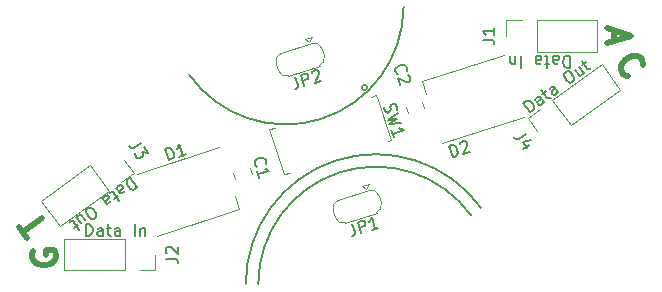
<source format=gbr>
%TF.GenerationSoftware,KiCad,Pcbnew,5.1.8*%
%TF.CreationDate,2020-12-23T16:20:00-05:00*%
%TF.ProjectId,penroserombus_thin_40mm,70656e72-6f73-4657-926f-6d6275735f74,rev?*%
%TF.SameCoordinates,Original*%
%TF.FileFunction,Legend,Top*%
%TF.FilePolarity,Positive*%
%FSLAX46Y46*%
G04 Gerber Fmt 4.6, Leading zero omitted, Abs format (unit mm)*
G04 Created by KiCad (PCBNEW 5.1.8) date 2020-12-23 16:20:00*
%MOMM*%
%LPD*%
G01*
G04 APERTURE LIST*
%ADD10C,0.150000*%
%ADD11C,0.500000*%
%ADD12C,0.120000*%
%ADD13C,0.200000*%
G04 APERTURE END LIST*
D10*
X138001197Y-76046680D02*
X138588982Y-76855697D01*
X138396359Y-76995646D01*
X138252795Y-77041091D01*
X138119767Y-77020021D01*
X138025262Y-76970962D01*
X137874779Y-76844853D01*
X137790809Y-76729279D01*
X137717375Y-76547191D01*
X137699920Y-76442152D01*
X137720990Y-76309123D01*
X137808574Y-76186629D01*
X138001197Y-76046680D01*
X136845458Y-76886374D02*
X137153346Y-77310144D01*
X137247850Y-77359204D01*
X137352889Y-77341749D01*
X137506987Y-77229790D01*
X137556047Y-77135286D01*
X136873448Y-76924898D02*
X136922508Y-76830394D01*
X137115131Y-76690445D01*
X137220170Y-76672990D01*
X137314674Y-76722050D01*
X137370653Y-76799099D01*
X137388108Y-76904138D01*
X137339049Y-76998642D01*
X137146426Y-77138591D01*
X137097366Y-77233095D01*
X136967643Y-77621647D02*
X136659446Y-77845565D01*
X137047997Y-77975288D02*
X136544181Y-77281845D01*
X136449677Y-77232786D01*
X136344638Y-77250241D01*
X136267589Y-77306220D01*
X135651195Y-77754057D02*
X135959083Y-78177827D01*
X136053587Y-78226887D01*
X136158626Y-78209432D01*
X136312724Y-78097473D01*
X136361784Y-78002969D01*
X135679185Y-77792581D02*
X135728244Y-77698077D01*
X135920867Y-77558128D01*
X136025906Y-77540673D01*
X136120411Y-77589733D01*
X136176390Y-77666782D01*
X136193845Y-77771821D01*
X136144786Y-77866325D01*
X135952163Y-78006274D01*
X135903103Y-78100778D01*
X135083242Y-79402767D02*
X134929143Y-79514726D01*
X134824104Y-79532181D01*
X134691076Y-79511111D01*
X134540592Y-79385002D01*
X134344663Y-79115330D01*
X134271229Y-78933242D01*
X134292299Y-78800213D01*
X134341358Y-78705709D01*
X134495457Y-78593750D01*
X134600496Y-78576295D01*
X134733524Y-78597365D01*
X134884008Y-78723473D01*
X135079936Y-78993146D01*
X135153371Y-79175234D01*
X135132301Y-79308263D01*
X135083242Y-79402767D01*
X133847149Y-79888818D02*
X133455292Y-79349474D01*
X134193870Y-79636910D02*
X133885983Y-79213140D01*
X133791479Y-79164080D01*
X133686440Y-79181535D01*
X133570866Y-79265504D01*
X133521806Y-79360008D01*
X133511271Y-79426523D01*
X133577476Y-80084747D02*
X133269279Y-80308665D01*
X133657831Y-80438388D02*
X133154015Y-79744945D01*
X133059511Y-79695886D01*
X132954472Y-79713341D01*
X132877423Y-79769320D01*
X134255190Y-80970380D02*
X134255190Y-79970380D01*
X134493285Y-79970380D01*
X134636142Y-80018000D01*
X134731380Y-80113238D01*
X134779000Y-80208476D01*
X134826619Y-80398952D01*
X134826619Y-80541809D01*
X134779000Y-80732285D01*
X134731380Y-80827523D01*
X134636142Y-80922761D01*
X134493285Y-80970380D01*
X134255190Y-80970380D01*
X135683761Y-80970380D02*
X135683761Y-80446571D01*
X135636142Y-80351333D01*
X135540904Y-80303714D01*
X135350428Y-80303714D01*
X135255190Y-80351333D01*
X135683761Y-80922761D02*
X135588523Y-80970380D01*
X135350428Y-80970380D01*
X135255190Y-80922761D01*
X135207571Y-80827523D01*
X135207571Y-80732285D01*
X135255190Y-80637047D01*
X135350428Y-80589428D01*
X135588523Y-80589428D01*
X135683761Y-80541809D01*
X136017095Y-80303714D02*
X136398047Y-80303714D01*
X136159952Y-79970380D02*
X136159952Y-80827523D01*
X136207571Y-80922761D01*
X136302809Y-80970380D01*
X136398047Y-80970380D01*
X137159952Y-80970380D02*
X137159952Y-80446571D01*
X137112333Y-80351333D01*
X137017095Y-80303714D01*
X136826619Y-80303714D01*
X136731380Y-80351333D01*
X137159952Y-80922761D02*
X137064714Y-80970380D01*
X136826619Y-80970380D01*
X136731380Y-80922761D01*
X136683761Y-80827523D01*
X136683761Y-80732285D01*
X136731380Y-80637047D01*
X136826619Y-80589428D01*
X137064714Y-80589428D01*
X137159952Y-80541809D01*
X138398047Y-80970380D02*
X138398047Y-79970380D01*
X138874238Y-80303714D02*
X138874238Y-80970380D01*
X138874238Y-80398952D02*
X138921857Y-80351333D01*
X139017095Y-80303714D01*
X139159952Y-80303714D01*
X139255190Y-80351333D01*
X139302809Y-80446571D01*
X139302809Y-80970380D01*
X171878802Y-70511319D02*
X171291017Y-69702302D01*
X171483640Y-69562353D01*
X171627204Y-69516908D01*
X171760232Y-69537978D01*
X171854737Y-69587037D01*
X172005220Y-69713146D01*
X172089190Y-69828720D01*
X172162624Y-70010808D01*
X172180079Y-70115847D01*
X172159009Y-70248876D01*
X172071425Y-70371370D01*
X171878802Y-70511319D01*
X173034541Y-69671625D02*
X172726653Y-69247855D01*
X172632149Y-69198795D01*
X172527110Y-69216250D01*
X172373012Y-69328209D01*
X172323952Y-69422713D01*
X173006551Y-69633101D02*
X172957491Y-69727605D01*
X172764868Y-69867554D01*
X172659829Y-69885009D01*
X172565325Y-69835949D01*
X172509346Y-69758900D01*
X172491891Y-69653861D01*
X172540950Y-69559357D01*
X172733573Y-69419408D01*
X172782633Y-69324904D01*
X172912356Y-68936352D02*
X173220553Y-68712434D01*
X172832002Y-68582711D02*
X173335818Y-69276154D01*
X173430322Y-69325213D01*
X173535361Y-69307758D01*
X173612410Y-69251779D01*
X174228804Y-68803942D02*
X173920916Y-68380172D01*
X173826412Y-68331112D01*
X173721373Y-68348567D01*
X173567275Y-68460526D01*
X173518215Y-68555030D01*
X174200814Y-68765418D02*
X174151755Y-68859922D01*
X173959132Y-68999871D01*
X173854093Y-69017326D01*
X173759588Y-68968266D01*
X173703609Y-68891217D01*
X173686154Y-68786178D01*
X173735213Y-68691674D01*
X173927836Y-68551725D01*
X173976896Y-68457221D01*
X174796757Y-67155232D02*
X174950856Y-67043273D01*
X175055895Y-67025818D01*
X175188923Y-67046888D01*
X175339407Y-67172997D01*
X175535336Y-67442669D01*
X175608770Y-67624757D01*
X175587700Y-67757786D01*
X175538641Y-67852290D01*
X175384542Y-67964249D01*
X175279503Y-67981704D01*
X175146475Y-67960634D01*
X174995991Y-67834526D01*
X174800063Y-67564853D01*
X174726628Y-67382765D01*
X174747698Y-67249736D01*
X174796757Y-67155232D01*
X176032850Y-66669181D02*
X176424707Y-67208525D01*
X175686129Y-66921089D02*
X175994016Y-67344859D01*
X176088520Y-67393919D01*
X176193559Y-67376464D01*
X176309133Y-67292495D01*
X176358193Y-67197991D01*
X176368728Y-67131476D01*
X176302523Y-66473252D02*
X176610720Y-66249334D01*
X176222168Y-66119611D02*
X176725984Y-66813054D01*
X176820488Y-66862113D01*
X176925527Y-66844658D01*
X177002576Y-66788679D01*
X175243809Y-65714619D02*
X175243809Y-66714619D01*
X175005714Y-66714619D01*
X174862857Y-66667000D01*
X174767619Y-66571761D01*
X174720000Y-66476523D01*
X174672380Y-66286047D01*
X174672380Y-66143190D01*
X174720000Y-65952714D01*
X174767619Y-65857476D01*
X174862857Y-65762238D01*
X175005714Y-65714619D01*
X175243809Y-65714619D01*
X173815238Y-65714619D02*
X173815238Y-66238428D01*
X173862857Y-66333666D01*
X173958095Y-66381285D01*
X174148571Y-66381285D01*
X174243809Y-66333666D01*
X173815238Y-65762238D02*
X173910476Y-65714619D01*
X174148571Y-65714619D01*
X174243809Y-65762238D01*
X174291428Y-65857476D01*
X174291428Y-65952714D01*
X174243809Y-66047952D01*
X174148571Y-66095571D01*
X173910476Y-66095571D01*
X173815238Y-66143190D01*
X173481904Y-66381285D02*
X173100952Y-66381285D01*
X173339047Y-66714619D02*
X173339047Y-65857476D01*
X173291428Y-65762238D01*
X173196190Y-65714619D01*
X173100952Y-65714619D01*
X172339047Y-65714619D02*
X172339047Y-66238428D01*
X172386666Y-66333666D01*
X172481904Y-66381285D01*
X172672380Y-66381285D01*
X172767619Y-66333666D01*
X172339047Y-65762238D02*
X172434285Y-65714619D01*
X172672380Y-65714619D01*
X172767619Y-65762238D01*
X172815238Y-65857476D01*
X172815238Y-65952714D01*
X172767619Y-66047952D01*
X172672380Y-66095571D01*
X172434285Y-66095571D01*
X172339047Y-66143190D01*
X171100952Y-65714619D02*
X171100952Y-66714619D01*
X170624761Y-66381285D02*
X170624761Y-65714619D01*
X170624761Y-66286047D02*
X170577142Y-66333666D01*
X170481904Y-66381285D01*
X170339047Y-66381285D01*
X170243809Y-66333666D01*
X170196190Y-66238428D01*
X170196190Y-65714619D01*
D11*
X129810000Y-82280190D02*
X129714761Y-82470666D01*
X129714761Y-82756380D01*
X129810000Y-83042095D01*
X130000476Y-83232571D01*
X130190952Y-83327809D01*
X130571904Y-83423047D01*
X130857619Y-83423047D01*
X131238571Y-83327809D01*
X131429047Y-83232571D01*
X131619523Y-83042095D01*
X131714761Y-82756380D01*
X131714761Y-82565904D01*
X131619523Y-82280190D01*
X131524285Y-82184952D01*
X130857619Y-82184952D01*
X130857619Y-82565904D01*
D10*
X161152333Y-61612094D02*
G75*
G02*
X143002001Y-67309999I-9992608J73503D01*
G01*
X147798699Y-85051514D02*
G75*
G02*
X167710000Y-78600000I11000346J1514D01*
G01*
X148852554Y-85047305D02*
G75*
G02*
X166877999Y-79248001I9946491J-2695D01*
G01*
D11*
X180125997Y-67468666D02*
X179992968Y-67447596D01*
X179747981Y-67272428D01*
X179636022Y-67118330D01*
X179545132Y-66831203D01*
X179587271Y-66565145D01*
X179685390Y-66376137D01*
X179937608Y-66075169D01*
X180168756Y-65907231D01*
X180532932Y-65760362D01*
X180743010Y-65725452D01*
X181009068Y-65767591D01*
X181254056Y-65942759D01*
X181366015Y-66096858D01*
X181456904Y-66383985D01*
X181435834Y-66517014D01*
X129243811Y-81116060D02*
X128572056Y-80191469D01*
X130525967Y-79478194D02*
X128907933Y-80653764D01*
X178990666Y-63531809D02*
X178990666Y-64484190D01*
X178419238Y-63341333D02*
X180419238Y-64008000D01*
X178419238Y-64674666D01*
D12*
%TO.C,J3*%
X134639642Y-74987333D02*
X136203151Y-77139318D01*
X134639642Y-74987333D02*
X130481295Y-78008549D01*
X130481295Y-78008549D02*
X132044803Y-80160534D01*
X136203151Y-77139318D02*
X132044803Y-80160534D01*
X138306595Y-75611076D02*
X137230602Y-76392831D01*
X137524841Y-74535084D02*
X138306595Y-75611076D01*
%TO.C,C1*%
X146727637Y-75641383D02*
X146889100Y-76138314D01*
X148125690Y-75187128D02*
X148287153Y-75684059D01*
%TO.C,C2*%
X161500310Y-70550314D02*
X161338847Y-70053383D01*
X162898363Y-70096059D02*
X162736900Y-69599128D01*
%TO.C,D1*%
X138598119Y-75725372D02*
X145540832Y-73469548D01*
X140297712Y-80956182D02*
X147240425Y-78700358D01*
X147240425Y-78700358D02*
X146885055Y-77606643D01*
%TO.C,D2*%
X162718346Y-67888235D02*
X163073716Y-68981950D01*
X169661059Y-65632411D02*
X162718346Y-67888235D01*
X171360652Y-70863221D02*
X164417939Y-73119045D01*
%TO.C,J1*%
X169829724Y-64038590D02*
X169829724Y-62708590D01*
X169829724Y-62708590D02*
X171159724Y-62708590D01*
X172429724Y-62708590D02*
X177569724Y-62708590D01*
X177569724Y-65368590D02*
X177569724Y-62708590D01*
X172429724Y-65368590D02*
X177569724Y-65368590D01*
X172429724Y-65368590D02*
X172429724Y-62708590D01*
%TO.C,J2*%
X137529045Y-81220000D02*
X137529045Y-83880000D01*
X137529045Y-81220000D02*
X132389045Y-81220000D01*
X132389045Y-81220000D02*
X132389045Y-83880000D01*
X137529045Y-83880000D02*
X132389045Y-83880000D01*
X140129045Y-83880000D02*
X138799045Y-83880000D01*
X140129045Y-82550000D02*
X140129045Y-83880000D01*
%TO.C,J4*%
X172433928Y-72053507D02*
X171652174Y-70977515D01*
X171652174Y-70977515D02*
X172728167Y-70195760D01*
X173755618Y-69449273D02*
X177913966Y-66428057D01*
X179477474Y-68580042D02*
X177913966Y-66428057D01*
X175319127Y-71601258D02*
X179477474Y-68580042D01*
X175319127Y-71601258D02*
X173755618Y-69449273D01*
%TO.C,JP1*%
X158866496Y-79004433D02*
X156203538Y-79869680D01*
X155369039Y-79404802D02*
X155183629Y-78834168D01*
X155585504Y-77967567D02*
X158248462Y-77102320D01*
X159082961Y-77567198D02*
X159268371Y-78137832D01*
X157996447Y-76973912D02*
X158189059Y-76595890D01*
X158189059Y-76595890D02*
X157618425Y-76781300D01*
X157996447Y-76973912D02*
X157618425Y-76781300D01*
X159268371Y-78137832D02*
G75*
G02*
X158818943Y-79019884I-665740J-216312D01*
G01*
X158200909Y-77117770D02*
G75*
G02*
X159082961Y-77567198I216312J-665740D01*
G01*
X155183629Y-78834168D02*
G75*
G02*
X155633057Y-77952116I665740J216312D01*
G01*
X156251091Y-79854230D02*
G75*
G02*
X155369039Y-79404802I-216312J665740D01*
G01*
%TO.C,JP2*%
X153170447Y-64527912D02*
X152792425Y-64335300D01*
X153363059Y-64149890D02*
X152792425Y-64335300D01*
X153170447Y-64527912D02*
X153363059Y-64149890D01*
X154256961Y-65121198D02*
X154442371Y-65691832D01*
X150759504Y-65521567D02*
X153422462Y-64656320D01*
X150543039Y-66958802D02*
X150357629Y-66388168D01*
X154040496Y-66558433D02*
X151377538Y-67423680D01*
X151425091Y-67408230D02*
G75*
G02*
X150543039Y-66958802I-216312J665740D01*
G01*
X150357629Y-66388168D02*
G75*
G02*
X150807057Y-65506116I665740J216312D01*
G01*
X153374909Y-64671770D02*
G75*
G02*
X154256961Y-65121198I216312J-665740D01*
G01*
X154442371Y-65691832D02*
G75*
G02*
X153992943Y-66573884I-665740J-216312D01*
G01*
%TO.C,SW1*%
X158363956Y-69174565D02*
X158839484Y-69020056D01*
X158839484Y-69020056D02*
X158993993Y-69495585D01*
X158993993Y-69495585D02*
X160075552Y-72824282D01*
X160075552Y-72824282D02*
X159837788Y-72901537D01*
X150279976Y-71801209D02*
X149804448Y-71955718D01*
X149804448Y-71955718D02*
X151040516Y-75759944D01*
X151040516Y-75759944D02*
X151516044Y-75605435D01*
D13*
X158071684Y-68395868D02*
G75*
G03*
X158071684Y-68395868I-223607J0D01*
G01*
%TO.C,J3*%
D10*
X138936929Y-73097118D02*
X138359060Y-73516964D01*
X138215496Y-73562409D01*
X138082468Y-73541339D01*
X137959974Y-73453755D01*
X137903994Y-73376706D01*
X139160847Y-73405315D02*
X139524714Y-73906135D01*
X139020589Y-73860381D01*
X139104558Y-73975954D01*
X139122013Y-74080993D01*
X139111478Y-74147508D01*
X139062419Y-74242012D01*
X138869796Y-74381961D01*
X138764757Y-74399416D01*
X138698243Y-74388881D01*
X138603738Y-74339822D01*
X138435800Y-74108674D01*
X138418345Y-74003635D01*
X138428880Y-73937120D01*
%TO.C,C1*%
X148714004Y-75095425D02*
X148654000Y-75064852D01*
X148564566Y-74943702D01*
X148535136Y-74853125D01*
X148536279Y-74702545D01*
X148597426Y-74582538D01*
X148673288Y-74507819D01*
X148839726Y-74403670D01*
X148975591Y-74359525D01*
X149171460Y-74345953D01*
X149276752Y-74361811D01*
X149396759Y-74422958D01*
X149486193Y-74544108D01*
X149515623Y-74634685D01*
X149514480Y-74785265D01*
X149483907Y-74845269D01*
X148917729Y-76030624D02*
X148741148Y-75487163D01*
X148829438Y-75758893D02*
X149780495Y-75449876D01*
X149615199Y-75403445D01*
X149495192Y-75342298D01*
X149420474Y-75266436D01*
%TO.C,C2*%
X160644834Y-67261853D02*
X160584830Y-67231280D01*
X160495396Y-67110130D01*
X160465966Y-67019553D01*
X160467109Y-66868973D01*
X160528256Y-66748966D01*
X160604118Y-66674247D01*
X160770556Y-66570098D01*
X160906421Y-66525953D01*
X161102290Y-66512381D01*
X161207582Y-66528239D01*
X161327589Y-66589386D01*
X161417023Y-66710536D01*
X161446453Y-66801113D01*
X161445310Y-66951693D01*
X161414737Y-67011697D01*
X161532457Y-67374004D02*
X161592461Y-67404577D01*
X161667179Y-67480439D01*
X161740755Y-67706881D01*
X161724897Y-67812173D01*
X161694323Y-67872176D01*
X161618462Y-67946895D01*
X161527885Y-67976325D01*
X161377304Y-67975182D01*
X160657262Y-67608302D01*
X160848559Y-68197052D01*
%TO.C,D1*%
X141275536Y-74542490D02*
X140966519Y-73591434D01*
X141192961Y-73517858D01*
X141343541Y-73519001D01*
X141463548Y-73580148D01*
X141538267Y-73656010D01*
X141642415Y-73822448D01*
X141686561Y-73958314D01*
X141700133Y-74154182D01*
X141684274Y-74259474D01*
X141623128Y-74379481D01*
X141501978Y-74468915D01*
X141275536Y-74542490D01*
X142724765Y-74071607D02*
X142181304Y-74248188D01*
X142453034Y-74159898D02*
X142144017Y-73208841D01*
X142097586Y-73374137D01*
X142036439Y-73494144D01*
X141960577Y-73568862D01*
%TO.C,D2*%
X165299823Y-74318323D02*
X164990806Y-73367267D01*
X165217248Y-73293691D01*
X165367828Y-73294834D01*
X165487835Y-73355981D01*
X165562554Y-73431843D01*
X165666702Y-73598281D01*
X165710848Y-73734147D01*
X165724420Y-73930015D01*
X165708561Y-74035307D01*
X165647415Y-74155314D01*
X165526265Y-74244748D01*
X165299823Y-74318323D01*
X165926004Y-73163542D02*
X165956577Y-73103538D01*
X166032439Y-73028820D01*
X166258881Y-72955244D01*
X166364173Y-72971102D01*
X166424176Y-73001676D01*
X166498895Y-73077537D01*
X166528325Y-73168114D01*
X166527182Y-73318695D01*
X166160302Y-74038737D01*
X166749052Y-73847440D01*
%TO.C,J1*%
X167842104Y-64371923D02*
X168556390Y-64371923D01*
X168699247Y-64419542D01*
X168794485Y-64514780D01*
X168842104Y-64657637D01*
X168842104Y-64752875D01*
X168842104Y-63371923D02*
X168842104Y-63943351D01*
X168842104Y-63657637D02*
X167842104Y-63657637D01*
X167984962Y-63752875D01*
X168080200Y-63848113D01*
X168127819Y-63943351D01*
%TO.C,J2*%
X141021425Y-82883333D02*
X141735711Y-82883333D01*
X141878568Y-82930952D01*
X141973806Y-83026190D01*
X142021425Y-83169047D01*
X142021425Y-83264285D01*
X141116664Y-82454761D02*
X141069045Y-82407142D01*
X141021425Y-82311904D01*
X141021425Y-82073809D01*
X141069045Y-81978571D01*
X141116664Y-81930952D01*
X141211902Y-81883333D01*
X141307140Y-81883333D01*
X141449997Y-81930952D01*
X142021425Y-82502380D01*
X142021425Y-81883333D01*
%TO.C,J4*%
X171516048Y-72308363D02*
X170938179Y-72728209D01*
X170794615Y-72773654D01*
X170661587Y-72752584D01*
X170539093Y-72665000D01*
X170483113Y-72587951D01*
X171778182Y-73236259D02*
X171238837Y-73628116D01*
X171946430Y-72819718D02*
X171228612Y-73046941D01*
X171592479Y-73547761D01*
%TO.C,JP1*%
X156820460Y-79934599D02*
X157041186Y-80613925D01*
X157040043Y-80764505D01*
X156978896Y-80884512D01*
X156857746Y-80973946D01*
X156767170Y-81003376D01*
X157582361Y-80738505D02*
X157273344Y-79787448D01*
X157635651Y-79669727D01*
X157740943Y-79685586D01*
X157800947Y-79716159D01*
X157875665Y-79792021D01*
X157919810Y-79927886D01*
X157903952Y-80033178D01*
X157873379Y-80093181D01*
X157797517Y-80167900D01*
X157435210Y-80285621D01*
X159031590Y-80267622D02*
X158488129Y-80444203D01*
X158759859Y-80355912D02*
X158450842Y-79404856D01*
X158404411Y-79570151D01*
X158343264Y-79690158D01*
X158267403Y-79764877D01*
%TO.C,JP2*%
X151994460Y-67488599D02*
X152215186Y-68167925D01*
X152214043Y-68318505D01*
X152152896Y-68438512D01*
X152031746Y-68527946D01*
X151941170Y-68557376D01*
X152756361Y-68292505D02*
X152447344Y-67341448D01*
X152809651Y-67223727D01*
X152914943Y-67239586D01*
X152974947Y-67270159D01*
X153049665Y-67346021D01*
X153093810Y-67481886D01*
X153077952Y-67587178D01*
X153047379Y-67647181D01*
X152971517Y-67721900D01*
X152609210Y-67839621D01*
X153382542Y-67137723D02*
X153413115Y-67077719D01*
X153488977Y-67003001D01*
X153715419Y-66929425D01*
X153820711Y-66945284D01*
X153880715Y-66975857D01*
X153955433Y-67051719D01*
X153984863Y-67142295D01*
X153983720Y-67292876D01*
X153616841Y-68012918D01*
X154205590Y-67821622D01*
%TO.C,SW1*%
X159528344Y-70022937D02*
X159527201Y-70173518D01*
X159600777Y-70399960D01*
X159675495Y-70475822D01*
X159735499Y-70506395D01*
X159840791Y-70522253D01*
X159931368Y-70492823D01*
X160007229Y-70418104D01*
X160037803Y-70358101D01*
X160053661Y-70252809D01*
X160040089Y-70056940D01*
X160055947Y-69951648D01*
X160086520Y-69891645D01*
X160162382Y-69816926D01*
X160252959Y-69787496D01*
X160358251Y-69803354D01*
X160418254Y-69833927D01*
X160492973Y-69909789D01*
X160566548Y-70136231D01*
X160565405Y-70286812D01*
X160713699Y-70589115D02*
X159836218Y-71124574D01*
X160574405Y-71085001D01*
X159953939Y-71486882D01*
X160978571Y-71404307D01*
X160307101Y-72573803D02*
X160130520Y-72030342D01*
X160218811Y-72302073D02*
X161169867Y-71993056D01*
X161004572Y-71946624D01*
X160884565Y-71885478D01*
X160809846Y-71809616D01*
%TD*%
M02*

</source>
